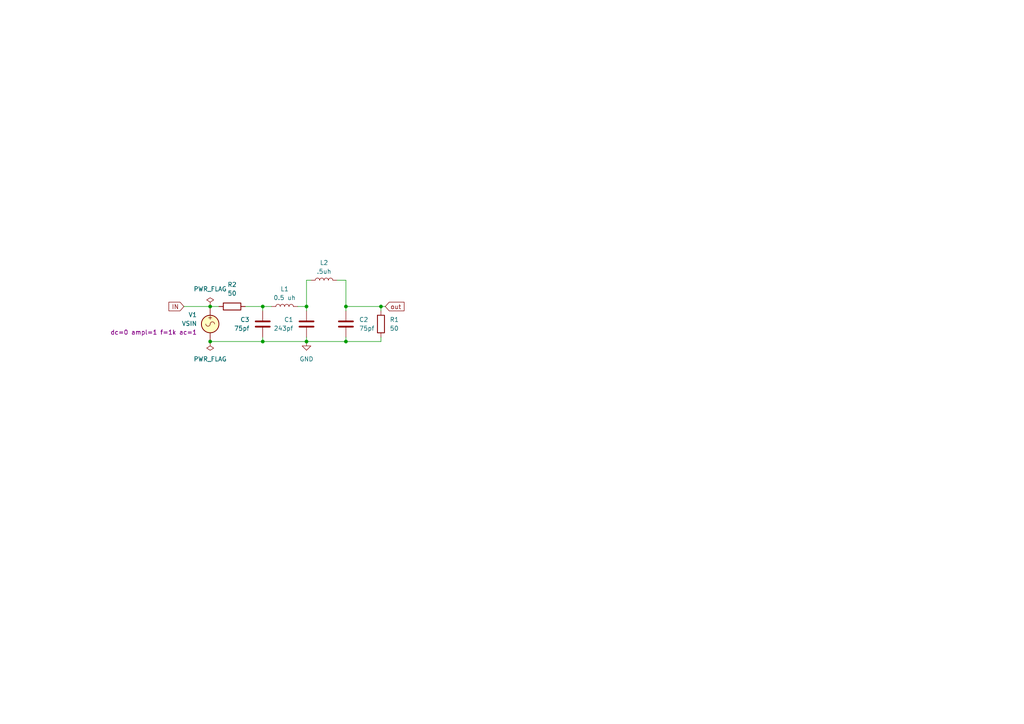
<source format=kicad_sch>
(kicad_sch (version 20230121) (generator eeschema)
  (paper "A4")
  (lib_symbols
    (symbol "Device:C" (pin_numbers hide) (pin_names (offset 0.254))
      (property "Reference" "C" (at 0.635 2.54 0))
      (property "Value" "C" (at 0.635 -2.54 0))
      (symbol "C_0_1"
        (polyline (pts (xy -2.032 -0.762) (xy 2.032 -0.762)) (stroke (width 0.508)))
        (polyline (pts (xy -2.032 0.762) (xy 2.032 0.762)) (stroke (width 0.508)))
      )
      (symbol "C_1_1"
        (pin passive line (at 0 3.81 270) (length 2.794) (name "~") (number "1"))
        (pin passive line (at 0 -3.81 90) (length 2.794) (name "~") (number "2"))
      )
    )
    (symbol "Device:L" (pin_numbers hide) (pin_names (offset 1.016) hide)
      (property "Reference" "L" (at -1.27 0 90))
      (property "Value" "L" (at 1.905 0 90))
      (symbol "L_0_1"
        (arc (start 0 -2.54) (mid 0.6323 -1.905) (end 0 -1.27))
        (arc (start 0 -1.27) (mid 0.6323 -0.635) (end 0 0))
        (arc (start 0 0) (mid 0.6323 0.635) (end 0 1.27))
        (arc (start 0 1.27) (mid 0.6323 1.905) (end 0 2.54))
      )
      (symbol "L_1_1"
        (pin passive line (at 0 3.81 270) (length 1.27) (name "1") (number "1"))
        (pin passive line (at 0 -3.81 90) (length 1.27) (name "2") (number "2"))
      )
    )
    (symbol "Device:R" (pin_numbers hide) (pin_names (offset 0))
      (property "Reference" "R" (at 2.032 0 90))
      (property "Value" "R" (at 0 0 90))
      (symbol "R_0_1"
        (rectangle (start -1.016 -2.54) (end 1.016 2.54) (stroke (width 0.254)))
      )
      (symbol "R_1_1"
        (pin passive line (at 0 3.81 270) (length 1.27) (name "~") (number "1"))
        (pin passive line (at 0 -3.81 90) (length 1.27) (name "~") (number "2"))
      )
    )
    (symbol "Simulation_SPICE:VSIN" (pin_numbers hide) (pin_names (offset 0.0254))
      (property "Reference" "V" (at 2.54 2.54 0))
      (property "Value" "VSIN" (at 2.54 0 0))
      (property "Sim.Params" "dc=0 ampl=1 f=1k ac=1" (at 2.54 -2.54 0))
      (symbol "VSIN_0_0"
        (arc (start 0 0) (mid -0.635 0.6323) (end -1.27 0))
        (arc (start 0 0) (mid 0.635 -0.6323) (end 1.27 0))
        (text "+" (at 0 1.905 0) (effects (font (size 1.27 1.27))))
      )
      (symbol "VSIN_0_1"
        (circle (center 0 0) (radius 2.54) (stroke (width 0.254)) (fill (type background)))
      )
      (symbol "VSIN_1_1"
        (pin passive line (at 0 5.08 270) (length 2.54) (name "~") (number "1"))
        (pin passive line (at 0 -5.08 90) (length 2.54) (name "~") (number "2"))
      )
    )
    (symbol "power:GND" (power) (pin_names (offset 0))
      (property "Value" "GND" (at 0 -3.81 0))
      (symbol "GND_0_1"
        (polyline (pts (xy 0 0) (xy 0 -1.27) (xy 1.27 -1.27) (xy 0 -2.54) (xy -1.27 -1.27) (xy 0 -1.27)))
      )
      (symbol "GND_1_1"
        (pin power_in line (at 0 0 270) (length 0) hide (name "GND") (number "1"))
      )
    )
    (symbol "power:PWR_FLAG" (power) (pin_numbers hide) (pin_names (offset 0) hide)
      (property "Value" "PWR_FLAG" (at 0 3.81 0))
      (symbol "PWR_FLAG_0_0"
        (pin power_out line (at 0 0 90) (length 0) (name "pwr") (number "1"))
      )
      (symbol "PWR_FLAG_0_1"
        (polyline (pts (xy 0 0) (xy 0 1.27) (xy -1.016 1.905) (xy 0 2.54) (xy 1.016 1.905) (xy 0 1.27)))
      )
    )
  )
  (junction (at 76.2 99.06))
  (junction (at 76.2 88.9))
  (junction (at 110.49 88.9))
  (junction (at 100.33 88.9))
  (junction (at 100.33 99.06))
  (junction (at 88.9 99.06))
  (junction (at 60.96 99.06))
  (junction (at 60.96 88.9))
  (junction (at 88.9 88.9))
  (wire (pts (xy 88.9 99.06) (xy 88.9 97.79)))
  (wire (pts (xy 100.33 88.9) (xy 110.49 88.9)))
  (wire (pts (xy 53.34 88.9) (xy 60.96 88.9)))
  (wire (pts (xy 110.49 88.9) (xy 111.76 88.9)))
  (wire (pts (xy 76.2 99.06) (xy 88.9 99.06)))
  (wire (pts (xy 88.9 99.06) (xy 100.33 99.06)))
  (wire (pts (xy 88.9 81.28) (xy 88.9 88.9)))
  (wire (pts (xy 100.33 81.28) (xy 100.33 88.9)))
  (wire (pts (xy 76.2 88.9) (xy 78.74 88.9)))
  (wire (pts (xy 76.2 90.17) (xy 76.2 88.9)))
  (wire (pts (xy 60.96 88.9) (xy 63.5 88.9)))
  (wire (pts (xy 88.9 81.28) (xy 90.17 81.28)))
  (wire (pts (xy 97.79 81.28) (xy 100.33 81.28)))
  (wire (pts (xy 88.9 90.17) (xy 88.9 88.9)))
  (wire (pts (xy 100.33 99.06) (xy 100.33 97.79)))
  (wire (pts (xy 110.49 99.06) (xy 110.49 97.79)))
  (wire (pts (xy 100.33 90.17) (xy 100.33 88.9)))
  (wire (pts (xy 110.49 88.9) (xy 110.49 90.17)))
  (wire (pts (xy 86.36 88.9) (xy 88.9 88.9)))
  (wire (pts (xy 76.2 99.06) (xy 76.2 97.79)))
  (wire (pts (xy 60.96 99.06) (xy 76.2 99.06)))
  (wire (pts (xy 71.12 88.9) (xy 76.2 88.9)))
  (wire (pts (xy 100.33 99.06) (xy 110.49 99.06)))
  (global_label "out" (shape input) (at 111.76 88.9 0) (property "Intersheetrefs" "${INTERSHEET_REFS}" (effects hide)))
  (global_label "IN" (shape input) (at 53.34 88.9 180) (property "Intersheetrefs" "${INTERSHEET_REFS}" (effects hide)))
  (symbol (lib_id "power:GND") (at 88.9 99.06 0) (unit 1)
    (property "Reference" "#PWR01" (effects hide))
    (property "Value" "GND" (at 88.9 104.14 0))
  )
  (symbol (lib_id "Device:L") (at 93.98 81.28 90) (unit 1)
    (property "Reference" "L2" (at 93.98 76.2 90))
    (property "Value" ".5uh" (at 93.98 78.74 90))
  )
  (symbol (lib_id "Simulation_SPICE:VSIN") (at 60.96 93.98 0) (mirror y) (unit 1)
    (property "Reference" "V1" (at 57.15 91.3102 0) (effects (justify left)))
    (property "Value" "VSIN" (at 57.15 93.8502 0) (effects (justify left)))
    (property "Sim.Pins" "1=+ 2=-" (effects hide))
    (property "Sim.Params" "dc=0 ampl=1 f=1k ac=1" (at 57.15 96.3902 0) (effects (justify left)))
    (property "Sim.Type" "SIN" (effects hide))
    (property "Sim.Device" "V" (effects hide))
  )
  (symbol (lib_id "power:PWR_FLAG") (at 60.96 99.06 0) (mirror x) (unit 1)
    (property "Reference" "#FLG02" (effects hide))
    (property "Value" "PWR_FLAG" (at 60.96 104.14 0))
    (property "Sim.Device" "SPICE" (effects hide))
  )
  (symbol (lib_id "Device:C") (at 100.33 93.98 0) (unit 1)
    (property "Reference" "C2" (at 104.14 92.71 0) (effects (justify left)))
    (property "Value" "75pf" (at 104.14 95.25 0) (effects (justify left)))
  )
  (symbol (lib_id "Device:R") (at 110.49 93.98 0) (unit 1)
    (property "Reference" "R1" (at 113.03 92.71 0) (effects (justify left)))
    (property "Value" "50" (at 113.03 95.25 0) (effects (justify left)))
  )
  (symbol (lib_id "power:PWR_FLAG") (at 60.96 88.9 0) (unit 1)
    (property "Reference" "#FLG01" (effects hide))
    (property "Value" "PWR_FLAG" (at 60.96 83.82 0))
    (property "Sim.Device" "SPICE" (effects hide))
  )
  (symbol (lib_id "Device:C") (at 76.2 93.98 0) (mirror y) (unit 1)
    (property "Reference" "C3" (at 72.39 92.71 0) (effects (justify left)))
    (property "Value" "75pf" (at 72.39 95.25 0) (effects (justify left)))
  )
  (symbol (lib_id "Device:R") (at 67.31 88.9 90) (unit 1)
    (property "Reference" "R2" (at 67.31 82.55 90))
    (property "Value" "50" (at 67.31 85.09 90))
  )
  (symbol (lib_id "Device:C") (at 88.9 93.98 0) (mirror y) (unit 1)
    (property "Reference" "C1" (at 85.09 92.71 0) (effects (justify left)))
    (property "Value" "243pf" (at 85.09 95.25 0) (effects (justify left)))
  )
  (symbol (lib_id "Device:L") (at 82.55 88.9 90) (unit 1)
    (property "Reference" "L1" (at 82.55 83.82 90))
    (property "Value" "0.5 uh" (at 82.55 86.36 90))
  )
)
</source>
